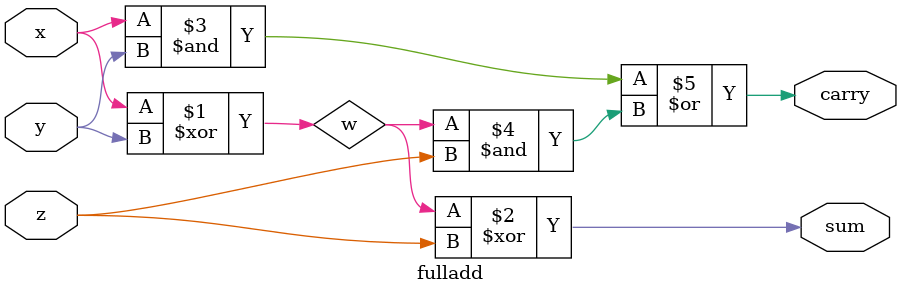
<source format=v>
module fulladd(sum, carry, x,y,z);

output sum,carry;
input x,y,z;

wire w;	
	assign 	 w = x ^ y;
        assign	 sum = w ^ z;
	assign 	 carry = (x & y)|(w & z);
endmodule

</source>
